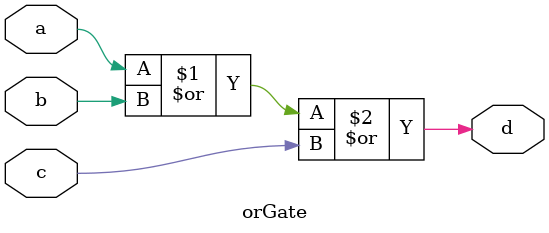
<source format=v>
`timescale 1ns / 1ps
module orGate(
    input a,
    input b,
    input c,
    output d
    );

	assign d = a | b | c;
endmodule

</source>
